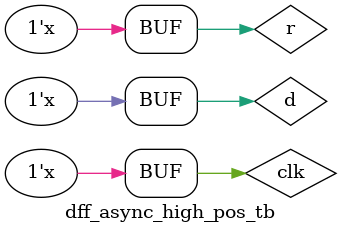
<source format=v>
module dff_async_high_pos_tb;

    wire q, q_bar;
    reg d, r, clk;

    initial 
        begin
            d =0;
            r =0;
            clk = 0;
        end

    always 
        #3 d = ~d;
    always
        #7 r = ~r;
    always
        #11 clk = ~clk;

    dff_async_high_positive df(q,q_bar,d,r,clk);

endmodule

</source>
